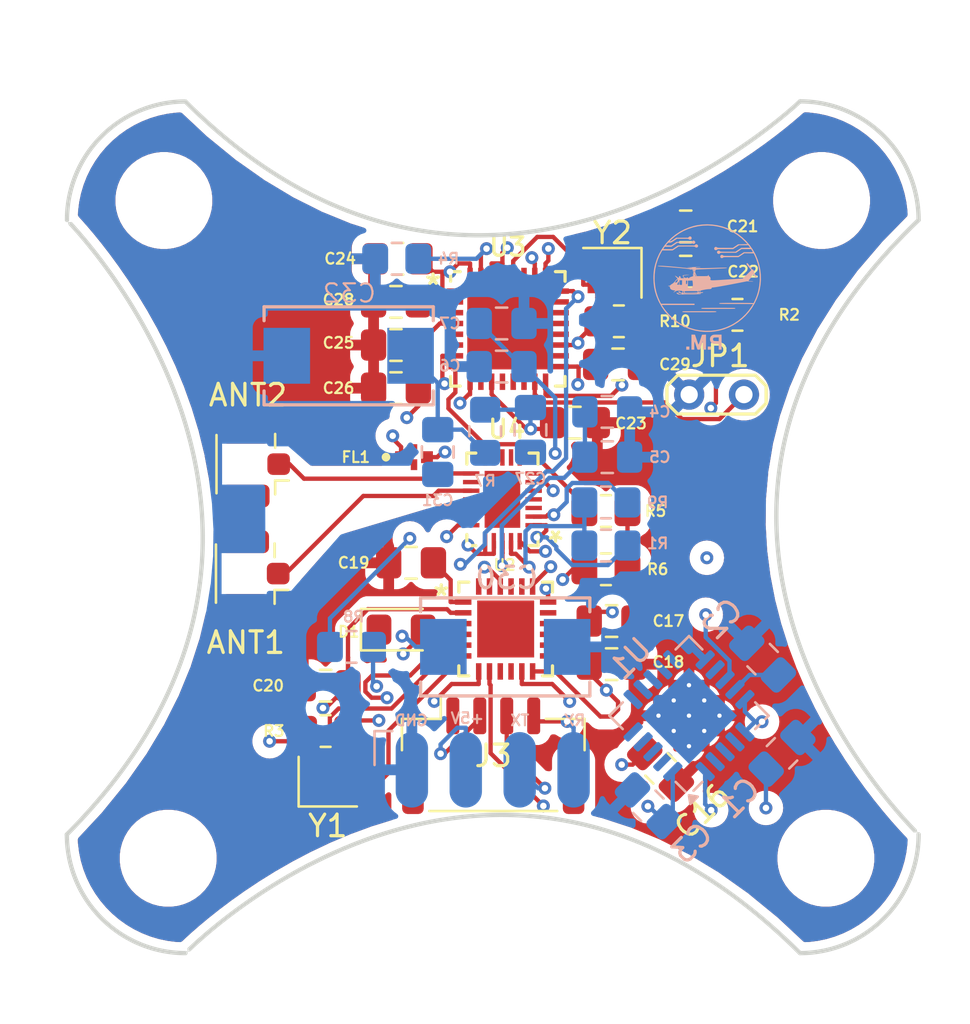
<source format=kicad_pcb>
(kicad_pcb (version 20240108) (generator "pcbnew") (generator_version "8.0")
  (layers (0 "F.Cu" signal) (1 "In1.Cu" signal) (2 "In2.Cu" signal) (31 "B.Cu" signal) (34 "B.Paste" user) (35 "F.Paste" user) (36 "B.SilkS" user "B.Silkscreen") (37 "F.SilkS" user "F.Silkscreen") (38 "B.Mask" user) (39 "F.Mask" user) (44 "Edge.Cuts" user))
  (net 0 "")
  (net 1 "+5V")
  (net 2 "GND")
  (net 3 "Net-(U1-NR)")
  (net 4 "+3.3V")
  (net 5 "/SX1280/VDD_INN")
  (net 6 "/SE2431L/ANT1")
  (net 13 "Net-(U2-VR_PA)")
  (net 14 "Net-(U3-XTAL_OUT)")
  (net 15 "Net-(U3-XTAL_IN)")
  (net 16 "Net-(U3-CHIP_EN)")
  (net 17 "Net-(D1-A)")
  (net 18 "/SX1280/RFIO")
  (net 19 "/RX")
  (net 20 "/TX")
  (net 21 "Net-(JP1-A)")
  (net 22 "/ESP8285/CTX")
  (net 23 "/ESP8285/NSS_CTS")
  (net 24 "/ESP8285/SX_NRESET")
  (net 25 "Net-(U3-RES12K)")
  (net 26 "/ESP8285/LED")
  (net 27 "Net-(R5-Pad2)")
  (net 29 "/ESP8285/SX_SCK")
  (net 30 "/ESP8285/SX_MISO")
  (net 33 "Net-(U2-XTA)")
  (net 34 "/ESP8285/BUSY")
  (net 35 "/ESP8285/SX_MOSI")
  (net 36 "/ESP8285/DIO1")
  (net 37 "Net-(U2-XTB)")
  (net 42 "Net-(AE1-A)")
  (net 44 "/ESP8285/ANT_SEL")
  (net 46 "/SE2431L/ANT2")
  (net 47 "/SE2431L/VCC1")
  (net 48 "/SE2431L/VCC2")
  (net 49 "/SE2431L/TR")
  (net 50 "/SE2431L/BOUT")
  (net 51 "Net-(U4-B2)")
  (net 52 "Net-(U4-B1)")
  (footprint "Capacitor_SMD:C_0805_2012Metric_Pad1.18x1.45mm_HandSolder" (layer "F.Cu") (at 147.5 77.8)
    (property "Reference" "C21")
    (property "Value" "10pF" (hide yes))
  )
  (footprint "Resistor_SMD:R_0805_2012Metric_Pad1.20x1.40mm_HandSolder" (layer "F.Cu") (at 144.4 82.2 180)
    (property "Reference" "R10")
    (property "Value" "10K" (hide yes))
  )
  (footprint "Crystal:Crystal_SMD_2016-4Pin_2.0x1.6mm" (layer "F.Cu") (at 130.9 103.55)
    (property "Reference" "Y1")
    (property "Value" "52MHz" (hide yes))
  )
  (footprint "Capacitor_SMD:C_0805_2012Metric_Pad1.18x1.45mm_HandSolder" (layer "F.Cu") (at 134.7625 93.4)
    (property "Reference" "C19")
    (property "Value" "10nF" (hide yes))
  )
  (footprint "Capacitor_SMD:C_0805_2012Metric_Pad1.18x1.45mm_HandSolder" (layer "F.Cu") (at 144.0625 98.1)
    (property "Reference" "C18")
    (property "Value" "470nF" (hide yes))
  )
  (footprint "SE2431L-R:SE2431L_SKY" (layer "F.Cu") (at 138.9999 90.4569 180)
    (property "Reference" "U4")
    (property "Value" "SE2431L-R" (hide yes))
  )
  (footprint "Resistor_SMD:R_0805_2012Metric_Pad1.20x1.40mm_HandSolder" (layer "F.Cu") (at 143.8 91)
    (property "Reference" "R5")
    (property "Value" "0" (hide yes))
  )
  (footprint "Resistor_SMD:R_0805_2012Metric_Pad1.20x1.40mm_HandSolder" (layer "F.Cu") (at 130.8 101.2)
    (property "Reference" "R3")
    (property "Value" "10K" (hide yes))
  )
  (footprint "Capacitor_SMD:C_0805_2012Metric_Pad1.18x1.45mm_HandSolder" (layer "F.Cu") (at 134.0625 83.3 180)
    (property "Reference" "C25")
    (property "Value" "100nF" (hide yes))
  )
  (footprint "Connector_JST:JST_GH_SM04B-GHS-TB_1x04-1MP_P1.25mm_Horizontal" (layer "F.Cu") (at 138.575 102.35)
    (property "Reference" "J3")
    (property "Value" "Conn_01x04_Pin" (hide yes))
  )
  (footprint "Connector_Coaxial:U.FL_Hirose_U.FL-R-SMT-1_Vertical" (layer "F.Cu") (at 127.575 88.825 180)
    (property "Reference" "ANT2")
    (property "Value" "Conn_Coaxial" (hide yes))
  )
  (footprint "ESP8285H16:QFN32_5X5_EXP" (layer "F.Cu") (at 139.25 82.5511)
    (property "Reference" "U3")
    (property "Value" "ESP8285H16" (hide yes))
  )
  (footprint "Resistor_SMD:R_0805_2012Metric_Pad1.20x1.40mm_HandSolder" (layer "F.Cu") (at 143.8 93.7 180)
    (property "Reference" "R6")
    (property "Value" "1K" (hide yes))
  )
  (footprint "SX1280IMLTRT:QFN24_4X4_SEM" (layer "F.Cu") (at 139.15 96.4685)
    (property "Reference" "U2")
    (property "Value" "SX1280IMLTRT" (hide yes))
  )
  (footprint "Resistor_SMD:R_0805_2012Metric_Pad1.20x1.40mm_HandSolder" (layer "F.Cu") (at 149.9 81.9 180)
    (property "Reference" "R2")
    (property "Value" "10K" (hide yes))
  )
  (footprint "Capacitor_SMD:C_0805_2012Metric_Pad1.18x1.45mm_HandSolder" (layer "F.Cu") (at 130.8 99.1 180)
    (property "Reference" "C20")
    (property "Value" "10nF" (hide yes))
  )
  (footprint "Connector_Coaxial:U.FL_Hirose_U.FL-R-SMT-1_Vertical" (layer "F.Cu") (at 127.55 93.9 180)
    (property "Reference" "ANT1")
    (property "Value" "Conn_Coaxial" (hide yes))
  )
  (footprint "MountingHole:MountingHole_4mm" (layer "F.Cu") (at 154 107.1)
    (property "Reference" "hole4" (hide yes))
    (property "Value" "MountingHole_4mm" (hide yes))
  )
  (footprint "" (layer "F.Cu") (at 123.3 76.6)
    (property "Reference" "hole2" (hide yes))
    (property "Value" "")
  )
  (footprint "TestPoint:TestPoint_2Pads_Pitch2.54mm_Drill0.8mm" (layer "F.Cu") (at 150.2 85.6 180)
    (property "Reference" "JP1")
    (property "Value" "Jumper_2_Bridged" (hide yes))
  )
  (footprint "Capacitor_SMD:C_0805_2012Metric_Pad1.18x1.45mm_HandSolder" (layer "F.Cu") (at 134.0625 85.3 180)
    (property "Reference" "C26")
    (property "Value" "100nF" (hide yes))
  )
  (footprint "Capacitor_SMD:C_0805_2012Metric_Pad1.18x1.45mm_HandSolder" (layer "F.Cu") (at 146.3336 102.9336 -45)
    (property "Reference" "C16")
    (property "Value" "100nF" (hide yes))
  )
  (footprint "Crystal:Crystal_SMD_2016-4Pin_2.0x1.6mm" (layer "F.Cu") (at 144.1 79.95 180)
    (property "Reference" "Y2")
    (property "Value" "26MHz" (hide yes))
  )
  (footprint "Capacitor_SMD:C_0805_2012Metric_Pad1.18x1.45mm_HandSolder" (layer "F.Cu") (at 134.1375 79.3 180)
    (property "Reference" "C24")
    (property "Value" "100nF" (hide yes))
  )
  (footprint "MountingHole:MountingHole_4mm" (layer "F.Cu") (at 153.8 76.6)
    (property "Reference" "hole1" (hide yes))
    (property "Value" "MountingHole_4mm" (hide yes))
  )
  (footprint "" (layer "F.Cu") (at 123.5 107.1)
    (property "Reference" "hole3" (hide yes))
    (property "Value" "" (hide yes))
  )
  (footprint "Capacitor_SMD:C_0805_2012Metric_Pad1.18x1.45mm_HandSolder" (layer "F.Cu") (at 142.3625 86.9)
    (property "Reference" "C23")
    (property "Value" "100nF" (hide yes))
  )
  (footprint "Capacitor_SMD:C_0805_2012Metric_Pad1.18x1.45mm_HandSolder" (layer "F.Cu") (at 144.3625 84.2)
    (property "Reference" "C29")
    (property "Value" "100nF" (hide yes))
  )
  (footprint "2450FM07D0034T:2450FM07D0034T" (layer "F.Cu") (at 134.9 88.5)
    (property "Reference" "FL1")
    (property "Value" "2450FM07D0034T" (hide yes))
  )
  (footprint "Capacitor_SMD:C_0805_2012Metric_Pad1.18x1.45mm_HandSolder" (layer "F.Cu") (at 147.5 79.9)
    (property "Reference" "C22")
    (property "Value" "10pF" (hide yes))
  )
  (footprint "Capacitor_SMD:C_0805_2012Metric_Pad1.18x1.45mm_HandSolder" (layer "F.Cu") (at 134.0625 81.3 180)
    (property "Reference" "C28")
    (property "Value" "100nF" (hide yes))
  )
  (footprint "Capacitor_SMD:C_0805_2012Metric_Pad1.18x1.45mm_HandSolder" (layer "F.Cu") (at 144.0625 96.1)
    (property "Reference" "C17")
    (property "Value" "100nF" (hide yes))
  )
  (footprint "LED_SMD:LED_0805_2012Metric_Pad1.15x1.40mm_HandSolder" (layer "F.Cu") (at 134.3 96.5)
    (property "Reference" "D1")
    (property "Value" "LED" (hide yes))
  )
  (footprint "Package_DFN_QFN:Texas_RGW0020A_VQFN-20-1EP_5x5mm_P0.65mm_EP3.15x3.15mm_ThermalVias" (layer "B.Cu") (at 147.6513 100.4898 45)
    (property "Reference" "U1")
    (property "Value" "TPS7A4701xRGW" (hide yes))
  )
  (footprint "Resistor_SMD:R_0805_2012Metric_Pad1.20x1.40mm_HandSolder" (layer "B.Cu") (at 138.2 87.3 -90)
    (property "Reference" "R7")
    (property "Value" "10K" (hide yes))
  )
  (footprint "Capacitor_SMD:C_0805_2012Metric_Pad1.18x1.45mm_HandSolder" (layer "B.Cu") (at 143.8625 86.4)
    (property "Reference" "C4")
    (property "Value" "2.2uF" (hide yes))
  )
  (footprint "ECASD40J106M055K00:ECASD40J106M055K00" (layer "B.Cu") (at 139.1298 97.3 180)
    (property "Reference" "C30")
    (property "Value" "10uF")
  )
  (footprint "Resistor_SMD:R_0805_2012Metric_Pad1.20x1.40mm_HandSolder" (layer "B.Cu") (at 132 97.3 180)
    (property "Reference" "R8")
    (property "Value" "10K" (hide yes))
  )
  (footprint "Capacitor_SMD:C_0805_2012Metric_Pad1.18x1.45mm_HandSolder" (layer "B.Cu") (at 145.7664 104.6664 135)
    (property "Reference" "C3")
    (property "Value" "47uF" (hide yes))
  )
  (footprint "Capacitor_SMD:C_0805_2012Metric_Pad1.18x1.45mm_HandSolder" (layer "B.Cu") (at 138.9625 82.3)
    (property "Reference" "C7")
    (property "Value" "100nF" (hide yes))
  )
  (footprint "Capacitor_SMD:C_0805_2012Metric_Pad1.18x1.45mm_HandSolder" (layer "B.Cu") (at 151.0664 97.8664 135)
    (property "Reference" "C2")
    (property "Value" "1uF" (hide yes))
  )
  (footprint "Resistor_SMD:R_0805_2012Metric_Pad1.20x1.40mm_HandSolder" (layer "B.Cu") (at 143.8 92.6 180)
    (property "Reference" "R1")
    (property "Value" "2.2K" (hide yes))
  )
  (footprint "Capacitor_SMD:C_0805_2012Metric_Pad1.18x1.45mm_HandSolder" (layer "B.Cu") (at 136 88.2625 90)
    (property "Reference" "C31")
    (property "Value" "0.1uF" (hide yes))
  )
  (footprint "Connector_Harwin:Harwin_M20-89004xx_1x04_P2.54mm_Horizontal" (layer "B.Cu") (at 138.2 101.2 -90)
    (property "Reference" "J1" (hide yes))
    (property "Value" "Conn_01x04_Socket" (hide yes))
  )
  (footprint "logo:logo" (layer "B.Cu") (at 148.5 80.6 180)
    (property "Reference" "G***" (hide yes))
    (property "Value" "LOGO" (hide yes))
  )
  (footprint "ECASD40J106M055K00:ECASD40J106M055K00" (layer "B.Cu") (at 131.8702 83.8)
    (property "Reference" "C32")
    (property "Value" "10uF")
  )
  (footprint "Capacitor_SMD:C_0805_2012Metric_Pad1.18x1.45mm_HandSolder" (layer "B.Cu") (at 138.9625 84.3 180)
    (property "Reference" "C6")
    (property "Value" "10pF" (hide yes))
  )
  (footprint "Resistor_SMD:R_0805_2012Metric_Pad1.20x1.40mm_HandSolder" (layer "B.Cu") (at 143.8 90.6 180)
    (property "Reference" "R9")
    (property "Value" "1.2K")
  )
  (footprint "Capacitor_SMD:C_0805_2012Metric_Pad1.18x1.45mm_HandSolder" (layer "B.Cu") (at 140.3 87.2375 -90)
    (property "Reference" "C27")
    (property "Value" "100nF" (hide yes))
  )
  (footprint "Capacitor_SMD:C_0805_2012Metric_Pad1.18x1.45mm_HandSolder" (layer "B.Cu") (at 143.8625 88.5)
    (property "Reference" "C5")
    (property "Value" "10pF" (hide yes))
  )
  (footprint "Capacitor_SMD:C_0805_2012Metric_Pad1.18x1.45mm_HandSolder" (layer "B.Cu") (at 151.9664 102.2336 45)
    (property "Reference" "C1")
    (property "Value" "10uF" (hide yes))
  )
  (footprint "Resistor_SMD:R_0805_2012Metric_Pad1.20x1.40mm_HandSolder" (layer "B.Cu") (at 134.1 79.3 180)
    (property "Reference" "R4")
    (property "Value" "12K" (hide yes))
  )
  (gr_line (start 158.30197 77.499415) (end 158.3 77.5) (stroke (width 0.2)) (layer "Edge.Cuts"))
  (gr_curve (pts (xy 118.800023 106) (xy 132.978383 91.699532) (xy 118.801023 77.500692) (xy 118.801069 77.500672)) (stroke (width 0.2)) (layer "Edge.Cuts"))
  (gr_curve (pts (xy 124.3 72.010047) (xy 138.299722 85.969186) (xy 152.8 72) (xy 152.8 72)) (stroke (width 0.2)) (layer "Edge.Cuts"))
  (gr_line (start 158.3 106) (end 158.300901 105.998775) (stroke (width 0.2)) (layer "Edge.Cuts"))
  (gr_arc (start 152.8 72) (mid 156.689087 73.610913) (end 158.3 77.5) (stroke (width 0.2)) (layer "Edge.Cuts"))
  (gr_arc (start 118.80618 77.5) (mid 120.412192 73.616565) (end 124.293817 72.006183) (stroke (width 0.2)) (layer "Edge.Cuts"))
  (gr_arc (start 124.3 111.5) (mid 120.410913 109.889087) (end 118.8 106) (stroke (width 0.2)) (layer "Edge.Cuts"))
  (gr_arc (start 158.300472 106) (mid 156.689186 109.889518) (end 152.799531 111.500472) (stroke (width 0.2)) (layer "Edge.Cuts"))
  (gr_curve (pts (xy 158.30197 77.5) (xy 143.450977 91.770293) (xy 158.300977 105.998775) (xy 158.300901 105.998775)) (stroke (width 0.2)) (layer "Edge.Cuts"))
  (gr_curve (pts (xy 152.8 111.5) (xy 138.285443 97.077349) (xy 124.3 111.502997) (xy 124.3 111.5)) (stroke (width 0.2)) (layer "Edge.Cuts"))
  (segment (start 137.95 100.623) (end 136.32 102.252) (width 0.2) (layer "F.Cu") (net 1))
  (segment (start 136.32 102.252) (end 136.133 102.252) (width 0.2) (layer "F.Cu") (net 1))
  (segment (start 137.95 100.5) (end 137.95 100.623) (width 0.2) (layer "F.Cu") (net 1))
  (via (at 148.4285 95.8071) (size 0.6) (drill 0.3) (layers "F.Cu" "B.Cu") (net 1))
  (via (at 151.0383 100.7685) (size 0.6) (drill 0.3) (layers "F.Cu" "B.Cu") (net 1))
  (via (at 136.133 102.252) (size 0.6) (drill 0.3) (layers "F.Cu" "B.Cu") (net 1))
  (via (at 151.2202 104.7679) (size 0.6) (drill 0.3) (layers "F.Cu" "B.Cu") (net 1))
  (segment (start 136.9058 101.0483) (end 137.3 101.0483) (width 0.2) (layer "B.Cu") (net 1))
  (segment (start 149.5292 97.951) (end 149.5292 98.6119) (width 0.2) (layer "B.Cu") (net 1))
  (segment (start 151.0383 100.7685) (end 150.7137 100.7685) (width 0.2) (layer "B.Cu") (net 1))
  (segment (start 137.3 103) (end 137.3 101.0483) (width 0.2) (layer "B.Cu") (net 1))
  (segment (start 136.133 102.252) (end 136.133 101.8211) (width 0.2) (layer "B.Cu") (net 1))
  (segment (start 148.4285 95.8071) (end 148.4285 96.8503) (width 0.2) (layer "B.Cu") (net 1))
  (segment (start 149.5292 98.6119) (end 149.3218 98.8193) (width 0.2) (layer "B.Cu") (net 1))
  (segment (start 150.7137 100.7685) (end 150.2411 100.2959) (width 0.2) (layer "B.Cu") (net 1))
  (segment (start 150.2411 100.2959) (end 150.2411 99.7385) (width 0.2) (layer "B.Cu") (net 1))
  (segment (start 148.4285 96.8503) (end 149.5292 97.951) (width 0.2) (layer "B.Cu") (net 1))
  (segment (start 151.2202 102.9798) (end 151.2328 102.9672) (width 0.2) (layer "B.Cu") (net 1))
  (segment (start 151.2202 104.7679) (end 151.2202 102.9798) (width 0.2) (layer "B.Cu") (net 1))
  (segment (start 136.133 101.8211) (end 136.9058 101.0483) (width 0.2) (layer "B.Cu") (net 1))
  (segment (start 150.7137 100.7685) (end 150.2411 101.2411) (width 0.2) (layer "B.Cu") (net 1))
  (segment (start 151.8 98.6) (end 150.46 98.6) (width 0.2) (layer "B.Cu") (net 3))
  (segment (start 150.1587 98.9017) (end 149.782 99.2789) (width 0.2) (layer "B.Cu") (net 3))
  (segment (start 150.46 98.6) (end 150.1587 98.9017) (width 0.2) (layer "B.Cu") (net 3))
  (segment (start 149.7815 99.2789) (end 150.1587 98.9017) (width 0.2) (layer "B.Cu") (net 3))
  (segment (start 136.216 80.8011) (end 135.599 80.8011) (width 0.2) (layer "F.Cu") (net 4))
  (segment (start 142.531 84.3551) (end 142.531 85.0954) (width 0.2) (layer "F.Cu") (net 4))
  (segment (start 139 79.5173) (end 139 80.1) (width 0.2) (layer "F.Cu") (net 4))
  (segment (start 142.406 96.7185) (end 141.1185 96.7185) (width 0.2) (layer "F.Cu") (net 4))
  (segment (start 136.216 82.3011) (end 136.216 81.8011) (width 0.2) (layer "F.Cu") (net 4))
  (segment (start 138.6 92.9827) (end 138.2 92.9827) (width 0.2) (layer "F.Cu") (net 4))
  (segment (start 138.6 92.6913) (end 138.5998 92.6911) (width 0.2) (layer "F.Cu") (net 4))
  (segment (start 141.308 99.0197) (end 142.118 99.8294) (width 0.2) (layer "F.Cu") (net 4))
  (segment (start 138.1998 92.6911) (end 138.1998 92.4) (width 0.2) (layer "F.Cu") (net 4))
  (segment (start 144.097 95.674) (end 143.451 95.674) (width 0.2) (layer "F.Cu") (net 4))
  (segment (start 138.5 85.0022) (end 138.5 85.5849) (width 0.2) (layer "F.Cu") (net 4))
  (segment (start 140.106 87.1909) (end 140.311 87.1909) (width 0.2) (layer "F.Cu") (net 4))
  (segment (start 139.9 98.437) (end 139.9 99.0197) (width 0.2) (layer "F.Cu") (net 4))
  (segment (start 138.5 80.1) (end 138.5 79.5173) (width 0.2) (layer "F.Cu") (net 4))
  (segment (start 136.7989 80.8011) (end 136.216 80.8011) (width 0.2) (layer "F.Cu") (net 4))
  (segment (start 139 79.0172) (end 139.226 78.7907) (width 0.2) (layer "F.Cu") (net 4))
  (segment (start 129.325 101.675) (end 129.8 101.2) (width 0.2) (layer "F.Cu") (net 4))
  (segment (start 138.2 92.4) (end 138.2 92.6913) (width 0.2) (layer "F.Cu") (net 4))
  (segment (start 136.799 80.8011) (end 136.7989 80.8011) (width 0.2) (layer "F.Cu") (net 4))
  (segment (start 142.686 84.2) (end 142.531 84.3551) (width 0.2) (layer "F.Cu") (net 4))
  (segment (start 141.7011 84.3011) (end 141.701 84.3011) (width 0.2) (layer "F.Cu") (net 4))
  (segment (start 138.6 92.4) (end 138.6 92.6913) (width 0.2) (layer "F.Cu") (net 4))
  (segment (start 137.811 92.9827) (end 137.403 92.5751) (width 0.2) (layer "F.Cu") (net 4))
  (segment (start 135.1 81.3) (end 135.601 81.8011) (width 0.2) (layer "F.Cu") (net 4))
  (segment (start 143.025 96.1) (end 142.406 96.7185) (width 0.2) (layer "F.Cu") (net 4))
  (segment (start 128.203 101.675) (end 129.325 101.675) (width 0.2) (layer "F.Cu") (net 4))
  (segment (start 136.954 79.5173) (end 136.568 79.9031) (width 0.2) (layer "F.Cu") (net 4))
  (segment (start 138.2 92.9827) (end 137.811 92.9827) (width 0.2) (layer "F.Cu") (net 4))
  (segment (start 136.216 82.3011) (end 136.099 82.3011) (width 0.2) (layer "F.Cu") (net 4))
  (segment (start 138.5 79.5173) (end 139 79.5173) (width 0.2) (layer "F.Cu") (net 4))
  (segment (start 135.778 79.9031) (end 135.175 79.3) (width 0.2) (layer "F.Cu") (net 4))
  (segment (start 141.325 86.9) (end 141.034 87.1909) (width 0.2) (layer "F.Cu") (net 4))
  (segment (start 142.477 84.3011) (end 141.7011 84.3011) (width 0.2) (layer "F.Cu") (net 4))
  (segment (start 136.216 79.9031) (end 136.216 80.8011) (width 0.2) (layer "F.Cu") (net 4))
  (segment (start 143.451 95.674) (end 143.025 96.1) (width 0.2) (layer "F.Cu") (net 4))
  (segment (start 138.5 85.5849) (end 140.106 87.1909) (width 0.2) (layer "F.Cu") (net 4))
  (segment (start 138.6 92.6913) (end 138.6 92.9827) (width 0.2) (layer "F.Cu") (net 4))
  (segment (start 142.531 84.3551) (end 142.477 84.3011) (width 0.2) (layer "F.Cu") (net 4))
  (segment (start 136.7989 82.3011) (end 136.216 82.3011) (width 0.2) (layer "F.Cu") (net 4))
  (segment (start 136.216 79.9031) (end 135.778 79.9031) (width 0.2) (layer "F.Cu") (net 4))
  (segment (start 135.601 81.8011) (end 136.216 81.8011) (width 0.2) (layer "F.Cu") (net 4))
  (segment (start 135.599 80.8011) (end 135.1 81.3) (width 0.2) (layer "F.Cu") (net 4))
  (segment (start 141.1185 96.7185) (end 141.118 96.7185) (width 0.2) (layer "F.Cu") (net 4))
  (segment (start 138.2 92.6913) (end 138.1998 92.6911) (width 0.2) (layer "F.Cu") (net 4))
  (segment (start 144.531 102.758) (end 145.042 102.758) (width 0.2) (layer "F.Cu") (net 4))
  (segment (start 135.1 86.1316) (end 134.565 86.6666) (width 0.2) (layer "F.Cu") (net 4))
  (segment (start 136.216 79.9031) (end 136.568 79.9031) (width 0.2) (layer "F.Cu") (net 4))
  (segment (start 136.799 81.8011) (end 136.7989 81.8011) (width 0.2) (layer "F.Cu") (net 4))
  (segment (start 136.7989 81.8011) (end 136.216 81.8011) (width 0.2) (layer "F.Cu") (net 4))
  (segment (start 139 79.5173) (end 139 79.0172) (width 0.2) (layer "F.Cu") (net 4))
  (segment (start 143.325 84.2) (end 142.686 84.2) (width 0.2) (layer "F.Cu") (net 4))
  (segment (start 145.042 102.758) (end 145.6 102.2) (width 0.2) (layer "F.Cu") (net 4))
  (segment (start 136.799 82.3011) (end 136.7989 82.3011) (width 0.2) (layer "F.Cu") (net 4))
  (segment (start 136.099 82.3011) (end 135.1 83.3) (width 0.2) (layer "F.Cu") (net 4))
  (segment (start 135.1 85.3) (end 135.1 86.1316) (width 0.2) (layer "F.Cu") (net 4))
  (segment (start 138.5998 92.6911) (end 138.5998 92.4) (width 0.2) (layer "F.Cu") (net 4))
  (segment (start 138.2 92.6913) (end 138.2 92.9827) (width 0.2) (layer "F.Cu") (net 4))
  (segment (start 142.531 85.0954) (end 142.497 85.1299) (width 0.2) (layer "F.Cu") (net 4))
  (segment (start 139.9 99.0197) (end 141.308 99.0197) (width 0.2) (layer "F.Cu") (net 4))
  (segment (start 141.034 87.1909) (end 140.311 87.1909) (width 0.2) (layer "F.Cu") (net 4))
  (segment (start 137.5 79.5173) (end 136.954 79.5173) (width 0.2) (layer "F.Cu") (net 4))
  (segment (start 137.5 80.1) (end 137.5 79.5173) (width 0.2) (layer "F.Cu") (net 4))
  (via (at 148.681 104.872) (size 0.6) (drill 0.3) (layers "F.Cu" "B.Cu") (net 4))
  (via (at 142.497 85.1299) (size 0.6) (drill 0.3) (layers "F.Cu" "B.Cu") (net 4))
  (via (at 134.565 86.6666) (size 0.6) (drill 0.3) (layers "F.Cu" "B.Cu") (net 4))
  (via (at 134.347 96.8007) (size 0.6) (drill 0.3) (layers "F.Cu" "B.Cu") (net 4))
  (via (at 144.531 102.758) (size 0.6) (drill 0.3) (layers "F.Cu" "B.Cu") (net 4))
  (via (at 145.744 104.689) (size 0.6) (drill 0.3) (layers "F.Cu" "B.Cu") (net 4))
  (via (at 136.568 79.9031) (size 0.6) (drill 0.3) (layers "F.Cu" "B.Cu") (net 4))
  (via (at 142.118 99.8294) (size 0.6) (drill 0.3) (layers "F.Cu" "B.Cu") (net 4))
  (via (at 128.203 101.675) (size 0.6) (drill 0.3) (layers "F.Cu" "B.Cu") (net 4))
  (via (at 137.403 92.5751) (size 0.6) (drill 0.3) (layers "F.Cu" "B.Cu") (net 4))
  (via (at 139.226 78.7907) (size 0.6) (drill 0.3) (layers "F.Cu" "B.Cu") (net 4))
  (via (at 144.097 95.674) (size 0.6) (drill 0.3) (layers "F.Cu" "B.Cu") (net 4))
  (via (at 133.165 99.1268) (size 0.6) (drill 0.3) (layers "F.Cu" "B.Cu") (net 4))
  (via (at 140.311 87.1909) (size 0.6) (drill 0.3) (layers "F.Cu" "B.Cu") (net 4))
  (segment (start 148.4026 103.8366) (end 148.4026 103.0796) (width 0.2) (layer "B.Cu") (net 4))
  (segment (start 133 98.9616) (end 133.165 99.1268) (width 0.2) (layer "B.Cu") (net 4))
  (segment (start 148.403 104.594) (end 148.403 103.837) (width 0.2) (layer "B.Cu") (net 4))
  (segment (start 134.978 97.3) (end 134.479 96.8007) (width 0.2) (layer "B.Cu") (net 4))
  (segment (start 145.789 104.689) (end 146.5 105.4) (width 0.2) (layer "B.Cu") (net 4))
  (segment (start 146.9 105) (end 146.5 105.4) (width 0.2) (layer "B.Cu") (net 4))
  (segment (start 145.744 104.689) (end 145.789 104.689) (width 0.2) (layer "B.Cu") (net 4))
  (segment (start 148.681 104.872) (end 148.403 104.594) (width 0.2) (layer "B.Cu") (net 4))
  (segment (start 146.9 103.08) (end 146.9 103.0796) (width 0.2) (layer "B.Cu") (net 4))
  (segment (start 148.403 103.837) (end 148.4026 103.8366) (width 0.2) (layer "B.Cu") (net 4))
  (segment (start 136.2596 97.3) (end 134.978 97.3) (width 0.2) (layer "B.Cu") (net 4))
  (segment (start 140.3 86.3) (end 140.3 87.1797) (width 0.2) (layer "B.Cu") (net 4))
  (segment (start 134.479 96.8007) (end 134.347 96.8007) (width 0.2) (layer "B.Cu") (net 4))
  (segment (start 146.9 103.08) (end 146.9 105) (width 0.2) (layer "B.Cu") (net 4))
  (segment (start 140.3 86.2) (end 140.3 86.3) (width 0.2) (layer "B.Cu") (net 4))
  (segment (start 140.3 87.1797) (end 140.311 87.1909) (width 0.2) (layer "B.Cu") (net 4))
  (segment (start 138.2 86.3) (end 140.3 86.3) (width 0.2) (layer "B.Cu") (net 4))
  (segment (start 136.26 97.3) (end 136.2596 97.3) (width 0.2) (layer "B.Cu") (net 4))
  (segment (start 148.403 103.837) (end 148.403 103.08) (width 0.2) (layer "B.Cu") (net 4))
  (segment (start 133 97.3) (end 133 98.9616) (width 0.2) (layer "B.Cu") (net 4))
  (segment (start 144.04 100.53) (end 144.362 100.208) (width 0.2) (layer "F.Cu") (net 5))
  (segment (start 141.45 98.437) (end 143.543 100.53) (width 0.2) (layer "F.Cu") (net 5))
  (segment (start 144.362 100.208) (end 144.362 99.8452) (width 0.2) (layer "F.Cu") (net 5))
  (segment (start 144.362 99.8452) (end 143.822 99.3048) (width 0.2) (layer "F.Cu") (net 5))
  (segment (start 131.8375 97.7852) (end 131.8375 99.1) (width 0.2) (layer "F.Cu") (net 5))
  (segment (start 136.599 95.7185) (end 136.431 95.5509) (width 0.2) (layer "F.Cu") (net 5))
  (segment (start 143.025 98.1) (end 143.025 98.5083) (width 0.2) (layer "F.Cu") (net 5))
  (segment (start 136.431 95.5509) (end 132.756 95.5509) (width 0.2) (layer "F.Cu") (net 5))
  (segment (start 131.838 99.1) (end 130.805 100.133) (width 0.2) (layer "F.Cu") (net 5))
  (segment (start 130.805 100.133) (end 130.677 100.133) (width 0.2) (layer "F.Cu") (net 5))
  (segment (start 137.182 95.7185) (end 137.1815 95.7185) (width 0.2) (layer "F.Cu") (net 5))
  (segment (start 143.543 100.53) (end 144.04 100.53) (width 0.2) (layer "F.Cu") (net 5))
  (segment (start 131.838 97.7847) (end 131.838 99.1) (width 0.2) (layer "F.Cu") (net 5))
  (segment (start 131.838 97.7847) (end 131.8375 97.7852) (width 0.2) (layer "F.Cu") (net 5))
  (segment (start 131.838 96.4695) (end 131.838 97.7847) (width 0.2) (layer "F.Cu") (net 5))
  (segment (start 140.4 98.437) (end 141.45 98.437) (width 0.2) (layer "F.Cu") (net 5))
  (segment (start 137.1815 95.7185) (end 136.599 95.7185) (width 0.2) (layer "F.Cu") (net 5))
  (segment (start 132.756 95.5509) (end 131.838 96.4695) (width 0.2) (layer "F.Cu") (net 5))
  (segment (start 143.025 98.5083) (end 143.822 99.3048) (width 0.2) (layer "F.Cu") (net 5))
  (via (at 143.822 99.3048) (size 0.6) (drill 0.3) (layers "F.Cu" "B.Cu") (net 5))
  (via (at 130.677 100.133) (size 0.6) (drill 0.3) (layers "F.Cu" "B.Cu") (net 5))
  (segment (start 128.95 93.9) (end 132.55 90.3) (width 0.2) (layer "F.Cu") (net 6))
  (segment (start 128.6 93.9) (end 128.95 93.9) (width 0.2) (layer "F.Cu") (net 6))
  (segment (start 136.04315 90.05685) (end 137.5521 90.05685) (width 0.2) (layer "F.Cu") (net 6))
  (segment (start 135.8 90.3) (end 136.04315 90.05685) (width 0.2) (layer "F.Cu") (net 6))
  (segment (start 132.55 90.3) (end 135.8 90.3) (width 0.2) (layer "F.Cu") (net 6))
  (segment (start 136.599 95.2185) (end 136.599 94.1988) (width 0.2) (layer "F.Cu") (net 13))
  (segment (start 137.1815 95.2185) (end 136.599 95.2185) (width 0.2) (layer "F.Cu") (net 13))
  (segment (start 137.182 95.2185) (end 137.1815 95.2185) (width 0.2) (layer "F.Cu") (net 13))
  (segment (start 136.599 94.1988) (end 135.8 93.4) (width 0.2) (layer "F.Cu") (net 13))
  (segment (start 145.388 78.8741) (end 144.8 78.8741) (width 0.2) (layer "F.Cu") (net 14))
  (segment (start 146.4625 77.8) (end 146.462 77.8) (width 0.2) (layer "F.Cu") (net 14))
  (segment (start 144.8 78.8741) (end 144.8 79.4) (width 0.2) (layer "F.Cu") (net 14))
  (segment (start 146.462 77.8) (end 145.388 78.8741) (width 0.2) (layer "F.Cu") (net 14))
  (segment (start 145.355 81.1017) (end 143.4 81.1017) (width 0.2) (layer "F.Cu") (net 15))
  (segment (start 146.462 79.9939) (end 145.355 81.1017) (width 0.2) (layer "F.Cu") (net 15))
  (segment (start 142.748 79.6819) (end 141.353 78.2868) (width 0.2) (layer "F.Cu") (net 15))
  (segment (start 146.462 79.9469) (end 146.462 79.9939) (width 0.2) (layer "F.Cu") (net 15))
  (segment (start 139.5 79.4034) (end 139.5 80.1) (width 0.2) (layer "F.Cu") (net 15))
  (segment (start 143.4 80.5) (end 142.748 80.5) (width 0.2) (layer "F.Cu") (net 15))
  (segment (start 143.4 81.1017) (end 143.4 80.5) (width 0.2) (layer "F.Cu") (net 15))
  (segment (start 146.462 79.9469) (end 146.4625 79.9464) (width 0.2) (layer "F.Cu") (net 15))
  (segment (start 146.462 79.9) (end 146.462 79.9469) (width 0.2) (layer "F.Cu") (net 15))
  (segment (start 142.748 80.5) (end 142.748 79.6819) (width 0.2) (layer "F.Cu") (net 15))
  (segment (start 140.617 78.2868) (end 139.5 79.4034) (width 0.2) (layer "F.Cu") (net 15))
  (segment (start 146.4625 79.9464) (end 146.4625 79.9) (width 0.2) (layer "F.Cu") (net 15))
  (segment (start 141.353 78.2868) (end 140.617 78.2868) (width 0.2) (layer "F.Cu") (net 15))
  (segment (start 136.216 83.8011) (end 136.216 84.992) (width 0.2) (layer "F.Cu") (net 16))
  (segment (start 136.216 84.992) (end 136.316 85.092) (width 0.2) (layer "F.Cu") (net 16))
  (segment (start 136.799 83.8011) (end 136.7989 83.8011) (width 0.2) (layer "F.Cu") (net 16))
  (segment (start 136.7989 83.8011) (end 136.216 83.8011) (width 0.2) (layer "F.Cu") (net 16))
  (via (at 136.316 85.092) (size 0.6) (drill 0.3) (layers "F.Cu" "B.Cu") (net 16))
  (segment (start 136 85.0596) (end 136 85.092) (width 0.2) (layer "B.Cu") (net 16))
  (segment (start 134.7404 83.8002) (end 134.7404 83.8) (width 0.2) (layer "B.Cu") (net 16))
  (segment (start 135.37 84.4298) (end 134.7404 83.8002) (width 0.2) (layer "B.Cu") (net 16))
  (segment (start 135.37 84.4298) (end 136 85.0596) (width 0.2) (layer "B.Cu") (net 16))
  (segment (start 136 85.092) (end 136 87.225) (width 0.2) (layer "B.Cu") (net 16))
  (segment (start 134.74 83.8) (end 135.37 84.4298) (width 0.2) (layer "B.Cu") (net 16))
  (segment (start 136 85.092) (end 136.316 85.092) (width 0.2) (layer "B.Cu") (net 16))
  (segment (start 137.125 87.225) (end 138.2 88.3) (width 0.2) (layer "B.Cu") (net 16))
  (segment (start 136 87.225) (end 137.125 87.225) (width 0.2) (layer "B.Cu") (net 16))
  (segment (start 135.325 96.7006) (end 134.399 97.6262) (width 0.2) (layer "F.Cu") (net 17))
  (segment (start 142.8 93.7) (end 142.268 93.7) (width 0.2) (layer "F.Cu") (net 17))
  (segment (start 142.268 93.7) (end 141.792 94.1763) (width 0.2) (layer "F.Cu") (net 17))
  (segment (start 135.325 96.5) (end 135.325 96.7006) (width 0.2) (layer "F.Cu") (net 17))
  (via (at 141.792 94.1763) (size 0.6) (drill 0.3) (layers "F.Cu" "B.Cu") (net 17))
  (via (at 134.399 97.6262) (size 0.6) (drill 0.3) (layers "F.Cu" "B.Cu") (net 17))
  (segment (start 138.9 94.2031) (end 138.9 94.5) (width 0.2) (layer "F.Cu") (net 18))
  (segment (start 138.164 93.6008) (end 138.298 93.6008) (width 0.2) (layer "F.Cu") (net 18))
  (segment (start 134.3 88.0233) (end 133.911 87.6342) (width 0.2) (layer "F.Cu") (net 18))
  (segment (start 138.298 93.6008) (end 138.9 94.2031) (width 0.2) (layer "F.Cu") (net 18))
  (segment (start 133.911 87.6342) (end 133.911 87.5102) (width 0.2) (layer "F.Cu") (net 18))
  (segment (start 134.3 88.5) (end 134.3 88.0233) (width 0.2) (layer "F.Cu") (net 18))
  (via (at 133.911 87.5102) (size 0.6) (drill 0.3) (layers "F.Cu" "B.Cu") (net 18))
  (via (at 138.164 93.6008) (size 0.6) (drill 0.3) (layers "F.Cu" "B.Cu") (net 18))
  (segment (start 141 80.1) (end 141 79.5173) (width 0.2) (layer "F.Cu") (net 19))
  (segment (start 140.45 100.5) (end 140.705 100.755) (width 0.2) (layer "F.Cu") (net 19))
  (segment (start 141 79.5173) (end 141.13 79.3875) (width 0.2) (layer "F.Cu") (net 19))
  (segment (start 141.13 79.3875) (end 141.13 78.8269) (width 0.2) (layer "F.Cu") (net 19))
  (segment (start 140.705 100.755) (end 141.999 100.755) (width 0.2) (layer "F.Cu") (net 19))
  (via (at 141.13 78.8269) (size 0.6) (drill 0.3) (layers "F.Cu" "B.Cu") (net 19))
  (via (at 141.999 100.755) (size 0.6) (drill 0.3) (layers "F.Cu" "B.Cu") (net 19))
  (segment (start 142.3 103) (end 142.3 101.048) (width 0.2) (layer "B.Cu") (net 19))
  (segment (start 142.292 101.048) (end 141.999 100.755) (width 0.2) (layer "B.Cu") (net 19))
  (segment (start 142.3 101.048) (end 142.292 101.048) (width 0.2) (layer "B.Cu") (net 19))
  (segment (start 139.2 100.5) (end 139.2 102.083) (width 0.2) (layer "F.Cu") (net 20))
  (segment (start 140.5 80.1) (end 140.5 79.5173) (width 0.2) (layer "F.Cu") (net 20))
  (segment (start 140.365 79.3823) (end 140.365 79.2478) (width 0.2) (layer "F.Cu") (net 20))
  (segment (start 140.5 79.5173) (end 140.365 79.3823) (width 0.2) (layer "F.Cu") (net 20))
  (segment (start 139.2 102.083) (end 140.969 103.852) (width 0.2) (layer "F.Cu") (net 20))
  (via (at 140.365 79.2478) (size 0.6) (drill 0.3) (layers "F.Cu" "B.Cu") (net 20))
  (via (at 140.969 103.852) (size 0.6) (drill 0.3) (layers "F.Cu" "B.Cu") (net 20))
  (segment (start 139.8 103) (end 140.652 103.852) (width 0.2) (layer "B.Cu") (net 20))
  (segment (start 140.652 103.852) (end 140.969 103.852) (width 0.2) (layer "B.Cu") (net 20))
  (segment (start 149.066 86.7341) (end 150.2 85.6) (width 0.2) (layer "F.Cu") (net 21))
  (segment (start 146.56 85.9654) (end 147.329 86.7341) (width 0.2) (layer "F.Cu") (net 21))
  (segment (start 140.5 85.5849) (end 140.88 85.9654) (width 0.2) (layer "F.Cu") (net 21))
  (segment (start 140.88 85.9654) (end 146.56 85.9654) (width 0.2) (layer "F.Cu") (net 21))
  (segment (start 147.329 86.7341) (end 149.066 86.7341) (width 0.2) (layer "F.Cu") (net 21))
  (segment (start 140.5 85.0022) (end 140.5 85.5849) (width 0.2) (layer "F.Cu") (net 21))
  (via (at 134.707 92.2669) (size 0.6) (drill 0.3) (layers "F.Cu" "B.Cu") (net 21))
  (segment (start 134.707 92.2669) (end 131 95.9742) (width 0.2) (layer "B.Cu") (net 21))
  (segment (start 131 95.9742) (end 131 97.3) (width 0.2) (layer "B.Cu") (net 21))
  (segment (start 141.7011 83.3011) (end 142.299 83.3011) (width 0.2) (layer "F.Cu") (net 22))
  (segment (start 140.268 92.8677) (end 139.8 92.4) (width 0.2) (layer "F.Cu") (net 22))
  (segment (start 140.996 92.8677) (end 140.268 92.8677) (width 0.2) (layer "F.Cu") (net 22))
  (segment (start 142.449 83.1512) (end 142.506 83.208) (width 0.2) (layer "F.Cu") (net 22))
  (segment (start 141.701 83.3011) (end 141.7011 83.3011) (width 0.2) (layer "F.Cu") (net 22))
  (segment (start 142.449 83.1512) (end 143.4 82.2) (width 0.2) (layer "F.Cu") (net 22))
  (segment (start 142.299 83.3011) (end 142.449 83.1512) (width 0.2) (layer "F.Cu") (net 22))
  (via (at 142.506 83.208) (size 0.6) (drill 0.3) (layers "F.Cu" "B.Cu") (net 22))
  (via (at 140.996 92.8677) (size 0.6) (drill 0.3) (layers "F.Cu" "B.Cu") (net 22))
  (segment (start 148.9 85.989) (end 148.664 86.2252) (width 0.2) (layer "F.Cu") (net 23))
  (segment (start 140.4 94.4204) (end 141.241 93.5793) (width 0.2) (layer "F.Cu") (net 23))
  (segment (start 148.9 81.9) (end 148.9 85.989) (width 0.2) (layer "F.Cu") (net 23))
  (segment (start 140.4 94.5) (end 140.4 94.4204) (width 0.2) (layer "F.Cu") (net 23))
  (via (at 148.664 86.2252) (size 0.6) (drill 0.3) (layers "F.Cu" "B.Cu") (net 23))
  (via (at 148.479 93.1673) (size 0.6) (drill 0.3) (layers "F.Cu" "B.Cu") (net 23))
  (via (at 141.241 93.5793) (size 0.6) (drill 0.3) (layers "F.Cu" "B.Cu") (net 23))
  (segment (start 136.183 97.1638) (end 134.722 98.6251) (width 0.2) (layer "F.Cu") (net 24))
  (segment (start 134.722 98.6251) (end 132.958 98.6251) (width 0.2) (layer "F.Cu") (net 24))
  (segment (start 137.182 96.2185) (end 137.1815 96.2185) (width 0.2) (layer "F.Cu") (net 24))
  (segment (start 136.599 96.2185) (end 136.183 96.6339) (width 0.2) (layer "F.Cu") (net 24))
  (segment (start 133.647 99.6563) (end 133.647 99.6564) (width 0.2) (layer "F.Cu") (net 24))
  (segment (start 137.1815 96.2185) (end 136.599 96.2185) (width 0.2) (layer "F.Cu") (net 24))
  (segment (start 132.958 98.6251) (end 132.645 98.9376) (width 0.2) (layer "F.Cu") (net 24))
  (segment (start 136.183 96.6339) (end 136.183 97.1638) (width 0.2) (layer "F.Cu") (net 24))
  (segment (start 132.645 98.9376) (end 132.645 99.3695) (width 0.2) (layer "F.Cu") (net 24))
  (segment (start 133.27 100.711) (end 133.269 100.71) (width 0.2) (layer "F.Cu") (net 24))
  (segment (start 131.8 101.2) (end 132.289 100.711) (width 0.2) (layer "F.Cu") (net 24))
  (segment (start 132.289 100.711) (end 133.27 100.711) (width 0.2) (layer "F.Cu") (net 24))
  (segment (start 132.932 99.6563) (end 133.647 99.6563) (width 0.2) (layer "F.Cu") (net 24))
  (segment (start 132.645 99.3695) (end 132.932 99.6563) (width 0.2) (layer "F.Cu") (net 24))
  (via (at 133.269 100.71) (size 0.6) (drill 0.3) (layers "F.Cu" "B.Cu") (net 24))
  (via (at 133.647 99.6564) (size 0.6) (drill 0.3) (layers "F.Cu" "B.Cu") (net 24))
  (segment (start 138 79.0935) (end 138.262 78.8317) (width 0.2) (layer "F.Cu") (net 25))
  (segment (start 138 80.1) (end 138 79.0935) (width 0.2) (layer "F.Cu") (net 25))
  (via (at 138.262 78.8317) (size 0.6) (drill 0.3) (layers "F.Cu" "B.Cu") (net 25))
  (segment (start 135.1 79.3) (end 137.794 79.3) (width 0.2) (layer "B.Cu") (net 25))
  (segment (start 137.794 79.3) (end 138.262 78.8317) (width 0.2) (layer "B.Cu") (net 25))
  (segment (start 136.799 84.3011) (end 136.818 84.3202) (width 0.2) (layer "F.Cu") (net 26))
  (segment (start 136.818 84.3202) (end 136.818 84.6327) (width 0.2) (layer "F.Cu") (net 26))
  (segment (start 136.818 84.6327) (end 136.818 85.4982) (width 0.2) (layer "F.Cu") (net 26))
  (segment (start 138.156 87.9012) (end 140.002 87.9012) (width 0.2) (layer "F.Cu") (net 26))
  (segment (start 136.818 84.3202) (end 136.818 84.6327) (width 0.2) (layer "F.Cu") (net 26))
  (segment (start 142.8 90.6996) (end 142.8 91) (width 0.2) (layer "F.Cu") (net 26))
  (segment (start 140.002 87.9012) (end 142.8 90.6996) (width 0.2) (layer "F.Cu") (net 26))
  (segment (start 136.498 85.8182) (end 136.498 86.2427) (width 0.2) (layer "F.Cu") (net 26))
  (segment (start 136.818 85.4982) (end 136.498 85.8182) (width 0.2) (layer "F.Cu") (net 26))
  (segment (start 136.7989 84.3011) (end 136.818 84.3202) (width 0.2) (layer "F.Cu") (net 26))
  (segment (start 136.498 86.2427) (end 138.156 87.9012) (width 0.2) (layer "F.Cu") (net 26))
  (segment (start 144.8 93.7) (end 144.8 91) (width 0.2) (layer "F.Cu") (net 27))
  (segment (start 137.5 85.5849) (end 137.441 85.5849) (width 0.2) (layer "F.Cu") (net 29))
  (segment (start 141.118 94.691) (end 141.02 94.5926) (width 0.2) (layer "F.Cu") (net 29))
  (segment (start 141.118 94.9547) (end 141.118 94.691) (width 0.2) (layer "F.Cu") (net 29))
  (segment (start 137.441 85.5849) (end 137.032 85.9943) (width 0.2) (layer "F.Cu") (net 29))
  (segment (start 141.118 95.2185) (end 141.118 94.9547) (width 0.2) (layer "F.Cu") (net 29))
  (segment (start 141.118 94.9547) (end 141.1185 94.9552) (width 0.2) (layer "F.Cu") (net 29))
  (segment (start 137.5 85.0022) (end 137.5 85.5849) (width 0.2) (layer "F.Cu") (net 29))
  (segment (start 141.1185 94.9552) (end 141.1185 95.2185) (width 0.2) (layer "F.Cu") (net 29))
  (via (at 137.032 85.9943) (size 0.6) (drill 0.3) (layers "F.Cu" "B.Cu") (net 29))
  (via (at 141.02 94.5926) (size 0.6) (drill 0.3) (layers "F.Cu" "B.Cu") (net 29))
  (segment (start 130.997 101.837) (end 130.997 100.563) (width 0.2) (layer "F.Cu") (net 33))
  (segment (start 136.599 96.7185) (end 137.1815 96.7185) (width 0.2) (layer "F.Cu") (net 33))
  (segment (start 131.558 102.398) (end 130.997 101.837) (width 0.2) (layer "F.Cu") (net 33))
  (segment (start 131.402 100.158) (end 133.855 100.158) (width 0.2) (layer "F.Cu") (net 33))
  (segment (start 137.1815 96.7185) (end 137.182 96.7185) (width 0.2) (layer "F.Cu") (net 33))
  (segment (start 131.6 102.398) (end 131.558 102.398) (width 0.2) (layer "F.Cu") (net 33))
  (segment (start 133.855 100.158) (end 136.599 97.4139) (width 0.2) (layer "F.Cu") (net 33))
  (segment (start 130.997 100.563) (end 131.402 100.158) (width 0.2) (layer "F.Cu") (net 33))
  (segment (start 131.6 103) (end 131.6 102.398) (width 0.2) (layer "F.Cu") (net 33))
  (segment (start 136.599 97.4139) (end 136.599 96.7185) (width 0.2) (layer "F.Cu") (net 33))
  (segment (start 137.9 99.0197) (end 136.644 99.0197) (width 0.2) (layer "F.Cu") (net 34))
  (segment (start 142.506 81.0581) (end 142.284 80.8364) (width 0.2) (layer "F.Cu") (net 34))
  (segment (start 137.9 98.437) (end 137.9 99.0197) (width 0.2) (layer "F.Cu") (net 34))
  (segment (start 141.701 80.8011) (end 141.7011 80.8011) (width 0.2) (layer "F.Cu") (net 34))
  (segment (start 142.284 80.8364) (end 142.284 80.8011) (width 0.2) (layer "F.Cu") (net 34))
  (segment (start 136.644 99.0197) (end 135.838 99.8261) (width 0.2) (layer "F.Cu") (net 34))
  (segment (start 142.284 80.8011) (end 141.7011 80.8011) (width 0.2) (layer "F.Cu") (net 34))
  (via (at 137.052 93.469) (size 0.6) (drill 0.3) (layers "F.Cu" "B.Cu") (net 34))
  (via (at 135.838 99.8261) (size 0.6) (drill 0.3) (layers "F.Cu" "B.Cu") (net 34))
  (via (at 142.506 81.0581) (size 0.6) (drill 0.3) (layers "F.Cu" "B.Cu") (net 34))
  (segment (start 137.261 93.469) (end 137.052 93.469) (width 0.2) (layer "B.Cu") (net 34))
  (segment (start 141.952 81.6119) (end 141.952 88.5495) (width 0.2) (layer "B.Cu") (net 34))
  (segment (start 141.341 89.1601) (end 141.041 89.1601) (width 0.2) (layer "B.Cu") (net 34))
  (segment (start 142.506 81.0581) (end 141.952 81.6119) (width 0.2) (layer "B.Cu") (net 34))
  (segment (start 141.952 88.5495) (end 141.341 89.1601) (width 0.2) (layer "B.Cu") (net 34))
  (segment (start 138.184 92.0175) (end 138.184 92.5463) (width 0.2) (layer "B.Cu") (net 34))
  (segment (start 138.184 92.5463) (end 137.261 93.469) (width 0.2) (layer "B.Cu") (net 34))
  (segment (start 141.041 89.1601) (end 138.184 92.0175) (width 0.2) (layer "B.Cu") (net 34))
  (segment (start 144.042 85.6568) (end 141.072 85.6568) (width 0.2) (layer "F.Cu") (net 36))
  (segment (start 138.452 99.072) (end 138.452 102.23) (width 0.2) (layer "F.Cu") (net 36))
  (segment (start 138.452 102.23) (end 140.898 104.675) (width 0.2) (layer "F.Cu") (net 36))
  (segment (start 138.4 98.437) (end 138.4 99.0197) (width 0.2) (layer "F.Cu") (net 36))
  (segment (start 141.072 85.6568) (end 141 85.5849) (width 0.2) (layer "F.Cu") (net 36))
  (segment (start 141 85.5849) (end 141 85.0022) (width 0.2) (layer "F.Cu") (net 36))
  (segment (start 138.4 99.0197) (end 138.452 99.072) (width 0.2) (layer "F.Cu") (net 36))
  (segment (start 144.541 85.158) (end 144.042 85.6568) (width 0.2) (layer "F.Cu") (net 36))
  (via (at 144.541 85.158) (size 0.6) (drill 0.3) (layers "F.Cu" "B.Cu") (net 36))
  (via (at 140.898 104.675) (size 0.6) (drill 0.3) (layers "F.Cu" "B.Cu") (net 36))
  (segment (start 130.2 104.1) (end 130.2 104.702) (width 0.2) (layer "F.Cu") (net 37))
  (segment (start 130.2 104.702) (end 132.161 104.702) (width 0.2) (layer "F.Cu") (net 37))
  (segment (start 133.716 103.146) (end 133.716 101.184) (width 0.2) (layer "F.Cu") (net 37))
  (segment (start 132.161 104.702) (end 133.716 103.146) (width 0.2) (layer "F.Cu") (net 37))
  (segment (start 133.716 101.184) (end 137.182 97.7185) (width 0.2) (layer "F.Cu") (net 37))
  (segment (start 135.7 89.5) (end 135.94325 89.25675) (width 0.2) (layer "F.Cu") (net 46))
  (segment (start 135.94325 89.25675) (end 137.5521 89.25675) (width 0.2) (layer "F.Cu") (net 46))
  (segment (start 129.8 89.5) (end 135.7 89.5) (width 0.2) (layer "F.Cu") (net 46))
  (segment (start 129.125 88.825) (end 129.8 89.5) (width 0.2) (layer "F.Cu") (net 46))
  (segment (start 128.625 88.825) (end 129.125 88.825) (width 0.2) (layer "F.Cu") (net 46))
  (segment (start 139 92.4) (end 139 92.9506) (width 0.2) (layer "F.Cu") (net 47))
  (segment (start 139 93.5013) (end 138.971 93.5301) (width 0.2) (layer "F.Cu") (net 47))
  (segment (start 139 92.9506) (end 139 93.5013) (width 0.2) (layer "F.Cu") (net 47))
  (segment (start 139 92.9506) (end 138.9999 92.9505) (width 0.2) (layer "F.Cu") (net 47))
  (segment (start 138.9999 92.9505) (end 138.9999 92.4) (width 0.2) (layer "F.Cu") (net 47))
  (via (at 138.971 93.5301) (size 0.6) (drill 0.3) (layers "F.Cu" "B.Cu") (net 47))
  (segment (start 142.825 88.5) (end 141.863 89.4618) (width 0.2) (layer "B.Cu") (net 47))
  (segment (start 138.971 91.6637) (end 138.971 93.5301) (width 0.2) (layer "B.Cu") (net 47))
  (segment (start 142.825 88.5) (end 142.825 86.4) (width 0.2) (layer "B.Cu") (net 47))
  (segment (start 141.173 89.4618) (end 138.971 91.6637) (width 0.2) (layer "B.Cu") (net 47))
  (segment (start 141.863 89.4618) (end 141.173 89.4618) (width 0.2) (layer "B.Cu") (net 47))
  (segment (start 136.941 91.6571) (end 137.552 91.6571) (width 0.2) (layer "F.Cu") (net 48))
  (segment (start 137.552 91.6571) (end 137.5521 91.6571) (width 0.2) (layer "F.Cu") (net 48))
  (segment (start 136.412 92.1857) (end 136.941 91.6571) (width 0.2) (layer "F.Cu") (net 48))
  (via (at 136.412 92.1857) (size 0.6) (drill 0.3) (layers "F.Cu" "B.Cu") (net 48))
  (via (at 141.448 88.3249) (size 0.6) (drill 0.3) (layers "F.Cu" "B.Cu") (net 48))
  (segment (start 137.925 82.3) (end 139.925 84.3) (width 0.2) (layer "B.Cu") (net 48))
  (segment (start 141.447 85.7474) (end 141.447 88.3249) (width 0.2) (layer "B.Cu") (net 48))
  (segment (start 141.447 88.3249) (end 141.448 88.3249) (width 0.2) (layer "B.Cu") (net 48))
  (segment (start 140 84.3) (end 141.447 85.7474) (width 0.2) (layer "B.Cu") (net 48))
  (segment (start 139.925 84.3) (end 140 84.3) (width 0.2) (layer "B.Cu") (net 48))
  (segment (start 136.214 88.2625) (end 136.339 88.2625) (width 0.2) (layer "F.Cu") (net 49))
  (segment (start 141.03 89.6568) (end 141.03 89.7292) (width 0.2) (layer "F.Cu") (net 49))
  (segment (start 141.03 89.7292) (end 141.354 90.0528) (width 0.2) (layer "F.Cu") (net 49))
  (segment (start 135.977 88.5) (end 136.214 88.2625) (width 0.2) (layer "F.Cu") (net 49))
  (segment (start 140.448 89.6568) (end 140.4477 89.6568) (width 0.2) (layer "F.Cu") (net 49))
  (segment (start 135.5 88.5) (end 135.977 88.5) (width 0.2) (layer "F.Cu") (net 49))
  (segment (start 140.448 89.6568) (end 141.03 89.6568) (width 0.2) (layer "F.Cu") (net 49))
  (via (at 136.339 88.2625) (size 0.6) (drill 0.3) (layers "F.Cu" "B.Cu") (net 49))
  (via (at 141.354 90.0528) (size 0.6) (drill 0.3) (layers "F.Cu" "B.Cu") (net 49))
  (segment (start 139.4 92.4) (end 139.4 92.6913) (width 0.2) (layer "F.Cu") (net 50))
  (segment (start 139.619 92.9827) (end 140.238 93.6013) (width 0.2) (layer "F.Cu") (net 50))
  (segment (start 139.3999 92.6912) (end 139.3999 92.4) (width 0.2) (layer "F.Cu") (net 50))
  (segment (start 139.4 92.6913) (end 139.3999 92.6912) (width 0.2) (layer "F.Cu") (net 50))
  (segment (start 139.4 92.6913) (end 139.4 92.9827) (width 0.2) (layer "F.Cu") (net 50))
  (segment (start 139.4 92.9827) (end 139.619 92.9827) (width 0.2) (layer "F.Cu") (net 50))
  (via (at 140.238 93.6013) (size 0.6) (drill 0.3) (layers "F.Cu" "B.Cu") (net 50))
  (segment (start 140.071 91.9425) (end 140.071 93.4347) (width 0.2) (layer "B.Cu") (net 50))
  (segment (start 140.071 93.4347) (end 140.238 93.6013) (width 0.2) (layer "B.Cu") (net 50))
  (segment (start 142.8 91.6986) (end 140.315 91.6986) (width 0.2) (layer "B.Cu") (net 50))
  (segment (start 142.8 91.6986) (end 142.8 92.6) (width 0.2) (layer "B.Cu") (net 50))
  (segment (start 140.315 91.6986) (end 140.071 91.9425) (width 0.2) (layer "B.Cu") (net 50))
  (segment (start 142.8 90.6) (end 142.8 91.6986) (width 0.2) (layer "B.Cu") (net 50))
  (segment (start 141.03 91.6571) (end 141.03 91.9056) (width 0.2) (layer "F.Cu") (net 51))
  (segment (start 140.448 91.6571) (end 141.03 91.6571) (width 0.2) (layer "F.Cu") (net 51))
  (segment (start 141.03 91.9056) (end 140.717 92.2189) (width 0.2) (layer "F.Cu") (net 51))
  (segment (start 140.717 92.2189) (end 140.597 92.2189) (width 0.2) (layer "F.Cu") (net 51))
  (segment (start 140.448 91.6571) (end 140.4477 91.6571) (width 0.2) (layer "F.Cu") (net 51))
  (via (at 140.597 92.2189) (size 0.6) (drill 0.3) (layers "F.Cu" "B.Cu") (net 51))
  (segment (start 142.238 93.5027) (end 141.499 92.7639) (width 0.2) (layer "B.Cu") (net 51))
  (segment (start 144.8 92.6) (end 143.897 93.5027) (width 0.2) (layer "B.Cu") (net 51))
  (segment (start 143.897 93.5027) (end 142.238 93.5027) (width 0.2) (layer "B.Cu") (net 51))
  (segment (start 141.499 92.7639) (end 141.499 92.6599) (width 0.2) (layer "B.Cu") (net 51))
  (segment (start 141.499 92.6599) (end 141.058 92.2189) (width 0.2) (layer "B.Cu") (net 51))
  (segment (start 141.058 92.2189) (end 140.597 92.2189) (width 0.2) (layer "B.Cu") (net 51))
  (segment (start 140.448 91.257) (end 141.03 91.257) (width 0.2) (layer "F.Cu") (net 52))
  (segment (start 141.116 91.1717) (end 141.384 91.1717) (width 0.2) (layer "F.Cu") (net 52))
  (segment (start 141.03 91.257) (end 141.116 91.1717) (width 0.2) (layer "F.Cu") (net 52))
  (segment (start 140.448 91.257) (end 140.4477 91.257) (width 0.2) (layer "F.Cu") (net 52))
  (via (at 141.384 91.1717) (size 0.6) (drill 0.3) (layers "F.Cu" "B.Cu") (net 52))
  (segment (start 144.8 90.6) (end 143.897 89.6973) (width 0.2) (layer "B.Cu") (net 52))
  (segment (start 143.897 89.6973) (end 142.244 89.6973) (width 0.2) (layer "B.Cu") (net 52))
  (segment (start 141.98 90.5756) (end 141.384 91.1717) (width 0.2) (layer "B.Cu") (net 52))
  (segment (start 141.98 89.9606) (end 141.98 90.5756) (width 0.2) (layer "B.Cu") (net 52))
  (segment (start 142.244 89.6973) (end 141.98 89.9606) (width 0.2) (layer "B.Cu") (net 52))
  (zone (net 2) (net_name "GND") (layer "F.Cu") (connect_pads (clearance 0.5)) (min_thickness 0.25) (fill yes (thermal_gap 0.5) (thermal_bridge_width 0.5))
    (polygon (pts (xy 115.7 67.3) (xy 160.7 67.3) (xy 160.7 114.8) (xy 115.7 114.8)))
  )
  (zone (net 0) (net_name "") (layers "F.Cu" "In1.Cu" "In2.Cu" "B.Cu") (name "Antennas") (connect_pads (clearance 0)) (min_thickness 0.25)
    (keepout (tracks allowed) (vias allowed) (pads allowed) (copperpour not_allowed) (footprints allowed))
    (fill (thermal_gap 0.5) (thermal_bridge_width 0.5))
    (polygon (pts (xy 129.071668 88) (xy 130.112382 88.9) (xy 138.1 88.9) (xy 138.1 90.119948) (xy 131.5 92.089688) (xy 129.2 94.7) (xy 128.010856 94.7) (xy 127.995055 88)))
  )
  (zone (net 2) (net_name "GND") (layer "B.Cu") (connect_pads (clearance 0.5)) (min_thickness 0.25) (fill yes (thermal_gap 0.5) (thermal_bridge_width 0.5))
    (polygon (pts (xy 115.7 67.3) (xy 160.7 67.3) (xy 160.7 114.8) (xy 115.7 114.8)))
  )
)
</source>
